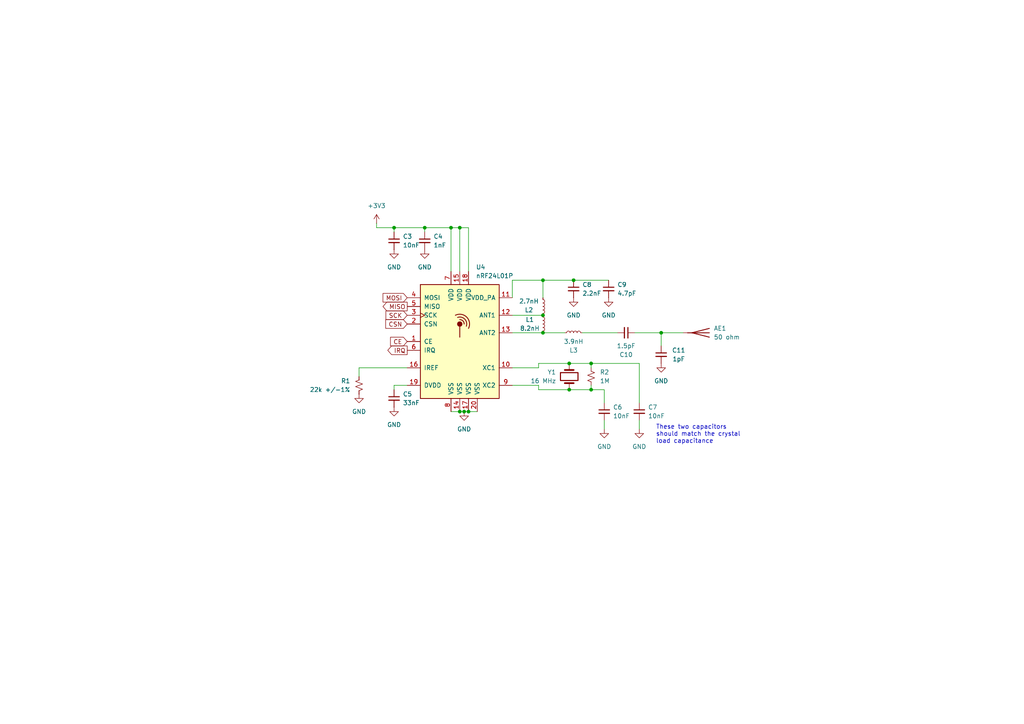
<source format=kicad_sch>
(kicad_sch (version 20250114) (generator "eeschema") (generator_version "9.0")
  (paper "A4")
  (lib_symbols
    (symbol "Device:Antenna" (pin_numbers (hide yes)) (pin_names (offset 1.016) (hide yes))
      (property "Reference" "AE" (at -1.905 1.905 0))
      (property "Value" "Antenna" (at -1.905 0 0))
      (symbol "Antenna_0_1"
        (polyline (pts (xy 0 2.54) (xy 0 -3.81)) (stroke (width 0.254)))
        (polyline (pts (xy 1.27 2.54) (xy 0 -2.54) (xy -1.27 2.54)) (stroke (width 0.254)))
      )
      (symbol "Antenna_1_1"
        (pin input line (at 0 -5.08 90) (length 2.54) (name "A") (number "1"))
      )
    )
    (symbol "Device:C_Small" (pin_numbers (hide yes)) (pin_names (offset 0.254) (hide yes))
      (property "Reference" "C" (at 0.254 1.778 0))
      (property "Value" "C_Small" (at 0.254 -2.032 0))
      (symbol "C_Small_0_1"
        (polyline (pts (xy -1.524 0.508) (xy 1.524 0.508)) (stroke (width 0.3048)))
        (polyline (pts (xy -1.524 -0.508) (xy 1.524 -0.508)) (stroke (width 0.3302)))
      )
      (symbol "C_Small_1_1"
        (pin passive line (at 0 2.54 270) (length 2.032) (name "~") (number "1"))
        (pin passive line (at 0 -2.54 90) (length 2.032) (name "~") (number "2"))
      )
    )
    (symbol "Device:Crystal" (pin_numbers (hide yes)) (pin_names (offset 1.016) (hide yes))
      (property "Reference" "Y" (at 0 3.81 0))
      (property "Value" "Crystal" (at 0 -3.81 0))
      (symbol "Crystal_0_1"
        (polyline (pts (xy -2.54 0) (xy -1.905 0)))
        (polyline (pts (xy -1.905 -1.27) (xy -1.905 1.27)) (stroke (width 0.508)))
        (rectangle (start -1.143 2.54) (end 1.143 -2.54) (stroke (width 0.3048)))
        (polyline (pts (xy 1.905 -1.27) (xy 1.905 1.27)) (stroke (width 0.508)))
        (polyline (pts (xy 2.54 0) (xy 1.905 0)))
      )
      (symbol "Crystal_1_1"
        (pin passive line (at -3.81 0 0) (length 1.27) (name "1") (number "1"))
        (pin passive line (at 3.81 0 180) (length 1.27) (name "2") (number "2"))
      )
    )
    (symbol "Device:L_Small" (pin_numbers (hide yes)) (pin_names (offset 0.254) (hide yes))
      (property "Reference" "L" (at 0.762 1.016 0))
      (property "Value" "L_Small" (at 0.762 -1.016 0))
      (symbol "L_Small_0_1"
        (arc (start 0 2.032) (mid 0.5058 1.524) (end 0 1.016))
        (arc (start 0 1.016) (mid 0.5058 0.508) (end 0 0))
        (arc (start 0 0) (mid 0.5058 -0.508) (end 0 -1.016))
        (arc (start 0 -1.016) (mid 0.5058 -1.524) (end 0 -2.032))
      )
      (symbol "L_Small_1_1"
        (pin passive line (at 0 2.54 270) (length 0.508) (name "~") (number "1"))
        (pin passive line (at 0 -2.54 90) (length 0.508) (name "~") (number "2"))
      )
    )
    (symbol "Device:R_Small_US" (pin_numbers (hide yes)) (pin_names (offset 0.254) (hide yes))
      (property "Reference" "R" (at 0.762 0.508 0))
      (property "Value" "R_Small_US" (at 0.762 -1.016 0))
      (symbol "R_Small_US_1_1"
        (polyline (pts (xy 0 1.524) (xy 1.016 1.143) (xy 0 0.762) (xy -1.016 0.381) (xy 0 0)))
        (polyline (pts (xy 0 0) (xy 1.016 -0.381) (xy 0 -0.762) (xy -1.016 -1.143) (xy 0 -1.524)))
        (pin passive line (at 0 2.54 270) (length 1.016) (name "~") (number "1"))
        (pin passive line (at 0 -2.54 90) (length 1.016) (name "~") (number "2"))
      )
    )
    (symbol "RF:nRF24L01P" (pin_names (offset 1.016))
      (property "Reference" "U" (at -11.43 17.78 0))
      (property "Value" "nRF24L01P" (at 5.08 17.78 0))
      (symbol "nRF24L01P_0_1"
        (rectangle (start -11.43 16.51) (end 11.43 -16.51) (stroke (width 0.254)) (fill (type background)))
        (arc (start -1.27 7.62) (mid 2.008 7.088) (end 2.54 3.81) (stroke (width 0.254)))
        (circle (center 0 5.08) (radius 0.635) (stroke (width 0.254)) (fill (type outline)))
        (polyline (pts (xy 0 4.445) (xy 0 1.27)) (stroke (width 0.254)))
        (arc (start -0.635 6.985) (mid 1.4383 6.5183) (end 1.905 4.445) (stroke (width 0.254)))
        (arc (start 0 6.35) (mid 0.9108 5.9908) (end 1.27 5.08) (stroke (width 0.254)))
        (rectangle (start 11.43 -13.97) (end 11.43 -13.97))
      )
      (symbol "nRF24L01P_1_1"
        (pin input line (at -15.24 12.7 0) (length 3.81) (name "MOSI") (number "4"))
        (pin output line (at -15.24 10.16 0) (length 3.81) (name "MISO") (number "5"))
        (pin input clock (at -15.24 7.62 0) (length 3.81) (name "SCK") (number "3"))
        (pin input line (at -15.24 5.08 0) (length 3.81) (name "CSN") (number "2"))
        (pin input line (at -15.24 0 0) (length 3.81) (name "CE") (number "1"))
        (pin output line (at -15.24 -2.54 0) (length 3.81) (name "IRQ") (number "6"))
        (pin passive line (at -15.24 -7.62 0) (length 3.81) (name "IREF") (number "16"))
        (pin power_out line (at -15.24 -12.7 0) (length 3.81) (name "DVDD") (number "19"))
        (pin power_in line (at -2.54 20.32 270) (length 3.81) (name "VDD") (number "7"))
        (pin power_in line (at -2.54 -20.32 90) (length 3.81) (name "VSS") (number "8"))
        (pin power_in line (at 0 20.32 270) (length 3.81) (name "VDD") (number "15"))
        (pin power_in line (at 0 -20.32 90) (length 3.81) (name "VSS") (number "14"))
        (pin power_in line (at 2.54 20.32 270) (length 3.81) (name "VDD") (number "18"))
        (pin power_in line (at 2.54 -20.32 90) (length 3.81) (name "VSS") (number "17"))
        (pin power_in line (at 5.08 -20.32 90) (length 3.81) (name "VSS") (number "20"))
        (pin power_out line (at 15.24 12.7 180) (length 3.81) (name "VDD_PA") (number "11"))
        (pin passive line (at 15.24 7.62 180) (length 3.81) (name "ANT1") (number "12"))
        (pin passive line (at 15.24 2.54 180) (length 3.81) (name "ANT2") (number "13"))
        (pin passive line (at 15.24 -7.62 180) (length 3.81) (name "XC1") (number "10"))
        (pin passive line (at 15.24 -12.7 180) (length 3.81) (name "XC2") (number "9"))
      )
    )
    (symbol "power:+3V3" (power) (pin_numbers (hide yes)) (pin_names (offset 0) (hide yes))
      (property "Value" "+3V3" (at 0 3.556 0))
      (symbol "+3V3_0_1"
        (polyline (pts (xy -0.762 1.27) (xy 0 2.54)))
        (polyline (pts (xy 0 2.54) (xy 0.762 1.27)))
        (polyline (pts (xy 0 0) (xy 0 2.54)))
      )
      (symbol "+3V3_1_1"
        (pin power_in line (at 0 0 90) (length 0) (name "~") (number "1"))
      )
    )
    (symbol "power:GND" (power) (pin_numbers (hide yes)) (pin_names (offset 0) (hide yes))
      (property "Value" "GND" (at 0 -3.81 0))
      (symbol "GND_0_1"
        (polyline (pts (xy 0 0) (xy 0 -1.27) (xy 1.27 -1.27) (xy 0 -2.54) (xy -1.27 -1.27) (xy 0 -1.27)))
      )
      (symbol "GND_1_1"
        (pin power_in line (at 0 0 270) (length 0) (name "~") (number "1"))
      )
    )
  )
  (text "These two capacitors\nshould match the crystal\nload capacitance" (at 190.246 125.984 0) (effects (font (size 1.27 1.27)) (justify left)))
  (junction (at 133.35 119.38))
  (junction (at 165.1 105.41))
  (junction (at 123.19 66.04))
  (junction (at 191.77 96.52))
  (junction (at 165.1 113.03))
  (junction (at 134.62 119.38))
  (junction (at 135.89 119.38))
  (junction (at 157.48 81.28))
  (junction (at 114.3 66.04))
  (junction (at 157.48 96.52))
  (junction (at 133.35 66.04))
  (junction (at 157.48 91.44))
  (junction (at 171.45 113.03))
  (junction (at 130.81 66.04))
  (junction (at 171.45 105.41))
  (junction (at 166.37 81.28))
  (wire (pts (xy 191.77 96.52) (xy 198.12 96.52)))
  (wire (pts (xy 175.26 116.84) (xy 175.26 113.03)))
  (wire (pts (xy 156.21 113.03) (xy 165.1 113.03)))
  (wire (pts (xy 148.59 86.36) (xy 148.59 81.28)))
  (wire (pts (xy 156.21 111.76) (xy 156.21 113.03)))
  (wire (pts (xy 104.14 106.68) (xy 104.14 109.22)))
  (wire (pts (xy 109.22 66.04) (xy 114.3 66.04)))
  (wire (pts (xy 184.15 96.52) (xy 191.77 96.52)))
  (wire (pts (xy 148.59 96.52) (xy 157.48 96.52)))
  (wire (pts (xy 148.59 106.68) (xy 156.21 106.68)))
  (wire (pts (xy 118.11 106.68) (xy 104.14 106.68)))
  (wire (pts (xy 156.21 105.41) (xy 165.1 105.41)))
  (wire (pts (xy 157.48 81.28) (xy 157.48 86.36)))
  (wire (pts (xy 185.42 121.92) (xy 185.42 124.46)))
  (wire (pts (xy 130.81 119.38) (xy 133.35 119.38)))
  (wire (pts (xy 185.42 105.41) (xy 171.45 105.41)))
  (wire (pts (xy 130.81 78.74) (xy 130.81 66.04)))
  (wire (pts (xy 185.42 116.84) (xy 185.42 105.41)))
  (wire (pts (xy 114.3 113.03) (xy 114.3 111.76)))
  (wire (pts (xy 135.89 78.74) (xy 135.89 66.04)))
  (wire (pts (xy 175.26 121.92) (xy 175.26 124.46)))
  (wire (pts (xy 157.48 81.28) (xy 166.37 81.28)))
  (wire (pts (xy 148.59 91.44) (xy 157.48 91.44)))
  (wire (pts (xy 171.45 113.03) (xy 165.1 113.03)))
  (wire (pts (xy 114.3 67.31) (xy 114.3 66.04)))
  (wire (pts (xy 135.89 119.38) (xy 138.43 119.38)))
  (wire (pts (xy 148.59 81.28) (xy 157.48 81.28)))
  (wire (pts (xy 134.62 119.38) (xy 135.89 119.38)))
  (wire (pts (xy 130.81 66.04) (xy 133.35 66.04)))
  (wire (pts (xy 157.48 96.52) (xy 163.83 96.52)))
  (wire (pts (xy 168.91 96.52) (xy 179.07 96.52)))
  (wire (pts (xy 109.22 64.77) (xy 109.22 66.04)))
  (wire (pts (xy 133.35 66.04) (xy 133.35 78.74)))
  (wire (pts (xy 123.19 66.04) (xy 130.81 66.04)))
  (wire (pts (xy 148.59 111.76) (xy 156.21 111.76)))
  (wire (pts (xy 175.26 113.03) (xy 171.45 113.03)))
  (wire (pts (xy 123.19 67.31) (xy 123.19 66.04)))
  (wire (pts (xy 156.21 106.68) (xy 156.21 105.41)))
  (wire (pts (xy 171.45 105.41) (xy 165.1 105.41)))
  (wire (pts (xy 135.89 66.04) (xy 133.35 66.04)))
  (wire (pts (xy 114.3 66.04) (xy 123.19 66.04)))
  (wire (pts (xy 191.77 96.52) (xy 191.77 100.33)))
  (wire (pts (xy 133.35 119.38) (xy 134.62 119.38)))
  (wire (pts (xy 114.3 111.76) (xy 118.11 111.76)))
  (wire (pts (xy 171.45 111.76) (xy 171.45 113.03)))
  (wire (pts (xy 176.53 81.28) (xy 166.37 81.28)))
  (wire (pts (xy 171.45 106.68) (xy 171.45 105.41)))
  (global_label "IRQ" (shape output) (at 118.11 101.6 180) (property "Intersheetrefs" "${INTERSHEET_REFS}" (effects (hide yes))))
  (global_label "CSN" (shape input) (at 118.11 93.98 180) (property "Intersheetrefs" "${INTERSHEET_REFS}" (effects (hide yes))))
  (global_label "MISO" (shape output) (at 118.11 88.9 180) (property "Intersheetrefs" "${INTERSHEET_REFS}" (effects (hide yes))))
  (global_label "MOSI" (shape input) (at 118.11 86.36 180) (property "Intersheetrefs" "${INTERSHEET_REFS}" (effects (hide yes))))
  (global_label "SCK" (shape input) (at 118.11 91.44 180) (property "Intersheetrefs" "${INTERSHEET_REFS}" (effects (hide yes))))
  (global_label "CE" (shape input) (at 118.11 99.06 180) (property "Intersheetrefs" "${INTERSHEET_REFS}" (effects (hide yes))))
  (symbol (lib_id "RF:nRF24L01P") (at 133.35 99.06 0) (unit 1)
    (property "Reference" "U4" (at 138.0333 77.47 0) (effects (justify left)))
    (property "Value" "nRF24L01P" (at 138.0333 80.01 0) (effects (justify left)))
    (property "Footprint" "Package_DFN_QFN:QFN-20-1EP_4x4mm_P0.5mm_EP2.5x2.5mm" (effects (hide yes)))
    (property "Datasheet" "http://www.nordicsemi.com/eng/content/download/2726/34069/file/nRF24L01P_Product_Specification_1_0.pdf" (effects (hide yes)))
    (property "Description" "nRF24L01+, Ultra low power 2.4GHz RF Transceiver, QFN20 4x4mm" (effects (hide yes)))
  )
  (symbol (lib_id "power:GND") (at 175.26 124.46 0) (unit 1)
    (property "Reference" "#PWR015" (effects (hide yes)))
    (property "Value" "GND" (at 175.26 129.54 0))
    (property "Description" "Power symbol creates a global label with name \"GND\" , ground" (effects (hide yes)))
  )
  (symbol (lib_id "Device:C_Small") (at 175.26 119.38 0) (unit 1)
    (property "Reference" "C6" (at 177.8 118.1162 0) (effects (justify left)))
    (property "Value" "10nF" (at 177.8 120.6562 0) (effects (justify left)))
    (property "Description" "Unpolarized capacitor, small symbol" (effects (hide yes)))
  )
  (symbol (lib_id "Device:C_Small") (at 114.3 69.85 0) (unit 1)
    (property "Reference" "C3" (at 116.84 68.5862 0) (effects (justify left)))
    (property "Value" "10nF" (at 116.84 71.1262 0) (effects (justify left)))
    (property "Description" "Unpolarized capacitor, small symbol" (effects (hide yes)))
  )
  (symbol (lib_id "Device:C_Small") (at 191.77 102.87 0) (mirror y) (unit 1)
    (property "Reference" "C11" (at 196.8564 101.6 0))
    (property "Value" "1pF" (at 196.8564 104.14 0))
    (property "Description" "Unpolarized capacitor, small symbol" (effects (hide yes)))
  )
  (symbol (lib_id "Device:C_Small") (at 181.61 96.52 270) (mirror x) (unit 1)
    (property "Reference" "C10" (at 181.6036 102.87 90))
    (property "Value" "1.5pF" (at 181.6036 100.33 90))
    (property "Description" "Unpolarized capacitor, small symbol" (effects (hide yes)))
  )
  (symbol (lib_id "Device:Crystal") (at 165.1 109.22 270) (mirror x) (unit 1)
    (property "Reference" "Y1" (at 161.29 107.9499 90) (effects (justify right)))
    (property "Value" "16 MHz" (at 161.29 110.4899 90) (effects (justify right)))
    (property "Description" "Two pin crystal" (effects (hide yes)))
  )
  (symbol (lib_id "Device:C_Small") (at 123.19 69.85 0) (unit 1)
    (property "Reference" "C4" (at 125.73 68.5862 0) (effects (justify left)))
    (property "Value" "1nF" (at 125.73 71.1262 0) (effects (justify left)))
    (property "Description" "Unpolarized capacitor, small symbol" (effects (hide yes)))
  )
  (symbol (lib_id "power:+3V3") (at 109.22 64.77 0) (unit 1)
    (property "Reference" "#PWR012" (effects (hide yes)))
    (property "Value" "+3V3" (at 109.22 59.69 0))
    (property "Description" "Power symbol creates a global label with name \"+3V3\"" (effects (hide yes)))
  )
  (symbol (lib_id "power:GND") (at 134.62 119.38 0) (unit 1)
    (property "Reference" "#PWR09" (effects (hide yes)))
    (property "Value" "GND" (at 134.62 124.46 0))
    (property "Description" "Power symbol creates a global label with name \"GND\" , ground" (effects (hide yes)))
  )
  (symbol (lib_id "power:GND") (at 104.14 114.3 0) (unit 1)
    (property "Reference" "#PWR013" (effects (hide yes)))
    (property "Value" "GND" (at 104.14 119.38 0))
    (property "Description" "Power symbol creates a global label with name \"GND\" , ground" (effects (hide yes)))
  )
  (symbol (lib_id "Device:L_Small") (at 157.48 88.9 0) (mirror x) (unit 1)
    (property "Reference" "L2" (at 153.416 89.916 0))
    (property "Value" "2.7nH" (at 153.416 87.376 0))
    (property "Description" "Inductor, small symbol" (effects (hide yes)))
  )
  (symbol (lib_id "power:GND") (at 114.3 72.39 0) (unit 1)
    (property "Reference" "#PWR011" (effects (hide yes)))
    (property "Value" "GND" (at 114.3 77.47 0))
    (property "Description" "Power symbol creates a global label with name \"GND\" , ground" (effects (hide yes)))
  )
  (symbol (lib_id "Device:C_Small") (at 166.37 83.82 0) (unit 1)
    (property "Reference" "C8" (at 168.91 82.5562 0) (effects (justify left)))
    (property "Value" "2.2nF" (at 168.91 85.0962 0) (effects (justify left)))
    (property "Description" "Unpolarized capacitor, small symbol" (effects (hide yes)))
  )
  (symbol (lib_id "Device:C_Small") (at 114.3 115.57 0) (unit 1)
    (property "Reference" "C5" (at 116.84 114.3062 0) (effects (justify left)))
    (property "Value" "33nF" (at 116.84 116.8462 0) (effects (justify left)))
    (property "Description" "Unpolarized capacitor, small symbol" (effects (hide yes)))
  )
  (symbol (lib_id "power:GND") (at 166.37 86.36 0) (unit 1)
    (property "Reference" "#PWR017" (effects (hide yes)))
    (property "Value" "GND" (at 166.37 91.44 0))
    (property "Description" "Power symbol creates a global label with name \"GND\" , ground" (effects (hide yes)))
  )
  (symbol (lib_id "Device:L_Small") (at 157.48 93.98 0) (mirror x) (unit 1)
    (property "Reference" "L1" (at 153.67 92.71 0))
    (property "Value" "8.2nH" (at 153.67 95.25 0))
    (property "Description" "Inductor, small symbol" (effects (hide yes)))
  )
  (symbol (lib_id "Device:C_Small") (at 176.53 83.82 0) (unit 1)
    (property "Reference" "C9" (at 179.07 82.5562 0) (effects (justify left)))
    (property "Value" "4.7pF" (at 179.07 85.0962 0) (effects (justify left)))
    (property "Description" "Unpolarized capacitor, small symbol" (effects (hide yes)))
  )
  (symbol (lib_id "Device:R_Small_US") (at 171.45 109.22 0) (unit 1)
    (property "Reference" "R2" (at 173.99 107.9499 0) (effects (justify left)))
    (property "Value" "1M" (at 173.99 110.4899 0) (effects (justify left)))
    (property "Description" "Resistor, small US symbol" (effects (hide yes)))
  )
  (symbol (lib_id "power:GND") (at 191.77 105.41 0) (unit 1)
    (property "Reference" "#PWR019" (effects (hide yes)))
    (property "Value" "GND" (at 191.77 110.49 0))
    (property "Description" "Power symbol creates a global label with name \"GND\" , ground" (effects (hide yes)))
  )
  (symbol (lib_id "Device:L_Small") (at 166.37 96.52 270) (mirror x) (unit 1)
    (property "Reference" "L3" (at 166.37 101.6 90))
    (property "Value" "3.9nH" (at 166.37 99.06 90))
    (property "Description" "Inductor, small symbol" (effects (hide yes)))
  )
  (symbol (lib_id "power:GND") (at 123.19 72.39 0) (unit 1)
    (property "Reference" "#PWR010" (effects (hide yes)))
    (property "Value" "GND" (at 123.19 77.47 0))
    (property "Description" "Power symbol creates a global label with name \"GND\" , ground" (effects (hide yes)))
  )
  (symbol (lib_id "power:GND") (at 176.53 86.36 0) (unit 1)
    (property "Reference" "#PWR018" (effects (hide yes)))
    (property "Value" "GND" (at 176.53 91.44 0))
    (property "Description" "Power symbol creates a global label with name \"GND\" , ground" (effects (hide yes)))
  )
  (symbol (lib_id "Device:R_Small_US") (at 104.14 111.76 0) (mirror y) (unit 1)
    (property "Reference" "R1" (at 101.6 110.4899 0) (effects (justify left)))
    (property "Value" "22k +/-1%" (at 101.6 113.0299 0) (effects (justify left)))
    (property "Description" "Resistor, small US symbol" (effects (hide yes)))
  )
  (symbol (lib_id "power:GND") (at 185.42 124.46 0) (unit 1)
    (property "Reference" "#PWR016" (effects (hide yes)))
    (property "Value" "GND" (at 185.42 129.54 0))
    (property "Description" "Power symbol creates a global label with name \"GND\" , ground" (effects (hide yes)))
  )
  (symbol (lib_id "Device:Antenna") (at 203.2 96.52 270) (unit 1)
    (property "Reference" "AE1" (at 207.01 95.2499 90) (effects (justify left)))
    (property "Value" "50 ohm" (at 207.01 97.7899 90) (effects (justify left)))
    (property "Description" "Antenna" (effects (hide yes)))
  )
  (symbol (lib_id "Device:C_Small") (at 185.42 119.38 0) (unit 1)
    (property "Reference" "C7" (at 187.96 118.1162 0) (effects (justify left)))
    (property "Value" "10nF" (at 187.96 120.6562 0) (effects (justify left)))
    (property "Description" "Unpolarized capacitor, small symbol" (effects (hide yes)))
  )
  (symbol (lib_id "power:GND") (at 114.3 118.11 0) (unit 1)
    (property "Reference" "#PWR014" (effects (hide yes)))
    (property "Value" "GND" (at 114.3 123.19 0))
    (property "Description" "Power symbol creates a global label with name \"GND\" , ground" (effects (hide yes)))
  )
)
</source>
